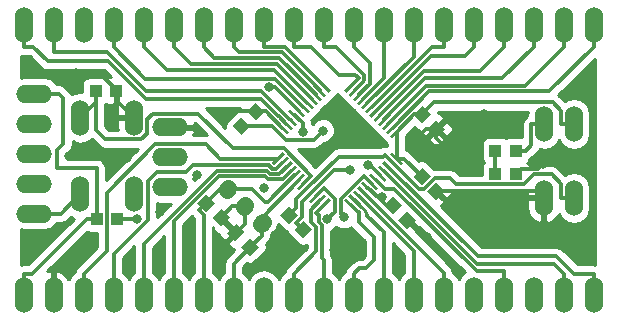
<source format=gtl>
G04 #@! TF.FileFunction,Copper,L1,Top,Signal*
%FSLAX46Y46*%
G04 Gerber Fmt 4.6, Leading zero omitted, Abs format (unit mm)*
G04 Created by KiCad (PCBNEW 4.0.1-stable) date 2016/11/05 8:31:47*
%MOMM*%
G01*
G04 APERTURE LIST*
%ADD10C,0.100000*%
%ADD11C,1.400000*%
%ADD12O,1.524000X3.048000*%
%ADD13R,1.049020X1.079500*%
%ADD14O,3.048000X1.524000*%
%ADD15C,0.800000*%
%ADD16C,0.300000*%
%ADD17C,0.249800*%
%ADD18C,0.254000*%
G04 APERTURE END LIST*
D10*
D11*
X140383238Y-130074660D02*
X140524660Y-129933238D01*
X141825736Y-131517158D02*
X141967158Y-131375736D01*
X143268233Y-132959655D02*
X143409655Y-132818233D01*
D12*
X123190000Y-139000000D03*
X125730000Y-139000000D03*
X128270000Y-139000000D03*
X130810000Y-139000000D03*
X133350000Y-139000000D03*
X135890000Y-139000000D03*
X138430000Y-139000000D03*
X140970000Y-139000000D03*
X143510000Y-139000000D03*
X146050000Y-139000000D03*
X148590000Y-139000000D03*
X151130000Y-139000000D03*
X153670000Y-139000000D03*
X156210000Y-139000000D03*
X158750000Y-139000000D03*
X161290000Y-139000000D03*
X163830000Y-139000000D03*
X166370000Y-139000000D03*
X168910000Y-139000000D03*
X171450000Y-139000000D03*
X123190000Y-116140000D03*
X125730000Y-116140000D03*
X128270000Y-116140000D03*
X130810000Y-116140000D03*
X133350000Y-116140000D03*
X135890000Y-116140000D03*
X138430000Y-116140000D03*
X140970000Y-116140000D03*
X143510000Y-116140000D03*
X146050000Y-116140000D03*
X148590000Y-116140000D03*
X151130000Y-116140000D03*
X153670000Y-116140000D03*
X156210000Y-116140000D03*
X158750000Y-116140000D03*
X161290000Y-116140000D03*
X163830000Y-116140000D03*
X166370000Y-116140000D03*
X168910000Y-116140000D03*
X171450000Y-116140000D03*
D13*
X164873760Y-126750000D03*
X163126240Y-126750000D03*
D10*
G36*
X137879613Y-131192934D02*
X138642934Y-130429613D01*
X139384703Y-131171382D01*
X138621382Y-131934703D01*
X137879613Y-131192934D01*
X137879613Y-131192934D01*
G37*
G36*
X139115297Y-132428618D02*
X139878618Y-131665297D01*
X140620387Y-132407066D01*
X139857066Y-133170387D01*
X139115297Y-132428618D01*
X139115297Y-132428618D01*
G37*
G36*
X143120387Y-134907066D02*
X142357066Y-135670387D01*
X141615297Y-134928618D01*
X142378618Y-134165297D01*
X143120387Y-134907066D01*
X143120387Y-134907066D01*
G37*
G36*
X141884703Y-133671382D02*
X141121382Y-134434703D01*
X140379613Y-133692934D01*
X141142934Y-132929613D01*
X141884703Y-133671382D01*
X141884703Y-133671382D01*
G37*
D13*
X129276240Y-121700000D03*
X131023760Y-121700000D03*
D10*
G36*
X147620387Y-133407066D02*
X146857066Y-134170387D01*
X146115297Y-133428618D01*
X146878618Y-132665297D01*
X147620387Y-133407066D01*
X147620387Y-133407066D01*
G37*
G36*
X146384703Y-132171382D02*
X145621382Y-132934703D01*
X144879613Y-132192934D01*
X145642934Y-131429613D01*
X146384703Y-132171382D01*
X146384703Y-132171382D01*
G37*
G36*
X141642934Y-125420387D02*
X140879613Y-124657066D01*
X141621382Y-123915297D01*
X142384703Y-124678618D01*
X141642934Y-125420387D01*
X141642934Y-125420387D01*
G37*
G36*
X142878618Y-124184703D02*
X142115297Y-123421382D01*
X142857066Y-122679613D01*
X143620387Y-123442934D01*
X142878618Y-124184703D01*
X142878618Y-124184703D01*
G37*
D14*
X135550000Y-129840000D03*
X135550000Y-127300000D03*
X135550000Y-124760000D03*
D12*
X167230000Y-124500000D03*
X169770000Y-124500000D03*
X167230000Y-130750000D03*
X169770000Y-130750000D03*
D13*
X163126240Y-128750000D03*
X164873760Y-128750000D03*
X129376240Y-132500000D03*
X131123760Y-132500000D03*
D12*
X127989400Y-130451200D03*
X127989400Y-123948800D03*
X132510600Y-130451200D03*
X132510600Y-123948800D03*
D10*
G36*
X144358311Y-127979379D02*
X144181534Y-127802602D01*
X145100773Y-126883363D01*
X145277550Y-127060140D01*
X144358311Y-127979379D01*
X144358311Y-127979379D01*
G37*
G36*
X144711864Y-128332932D02*
X144535087Y-128156155D01*
X145454326Y-127236916D01*
X145631103Y-127413693D01*
X144711864Y-128332932D01*
X144711864Y-128332932D01*
G37*
G36*
X145065418Y-128686486D02*
X144888641Y-128509709D01*
X145807880Y-127590470D01*
X145984657Y-127767247D01*
X145065418Y-128686486D01*
X145065418Y-128686486D01*
G37*
G36*
X145418971Y-129040039D02*
X145242194Y-128863262D01*
X146161433Y-127944023D01*
X146338210Y-128120800D01*
X145418971Y-129040039D01*
X145418971Y-129040039D01*
G37*
G36*
X145772524Y-129393592D02*
X145595747Y-129216815D01*
X146514986Y-128297576D01*
X146691763Y-128474353D01*
X145772524Y-129393592D01*
X145772524Y-129393592D01*
G37*
G36*
X146126078Y-129747146D02*
X145949301Y-129570369D01*
X146868540Y-128651130D01*
X147045317Y-128827907D01*
X146126078Y-129747146D01*
X146126078Y-129747146D01*
G37*
G36*
X146479631Y-130100699D02*
X146302854Y-129923922D01*
X147222093Y-129004683D01*
X147398870Y-129181460D01*
X146479631Y-130100699D01*
X146479631Y-130100699D01*
G37*
G36*
X146833185Y-130454253D02*
X146656408Y-130277476D01*
X147575647Y-129358237D01*
X147752424Y-129535014D01*
X146833185Y-130454253D01*
X146833185Y-130454253D01*
G37*
G36*
X147186738Y-130807806D02*
X147009961Y-130631029D01*
X147929200Y-129711790D01*
X148105977Y-129888567D01*
X147186738Y-130807806D01*
X147186738Y-130807806D01*
G37*
G36*
X147540291Y-131161359D02*
X147363514Y-130984582D01*
X148282753Y-130065343D01*
X148459530Y-130242120D01*
X147540291Y-131161359D01*
X147540291Y-131161359D01*
G37*
G36*
X147893845Y-131514913D02*
X147717068Y-131338136D01*
X148636307Y-130418897D01*
X148813084Y-130595674D01*
X147893845Y-131514913D01*
X147893845Y-131514913D01*
G37*
G36*
X148247398Y-131868466D02*
X148070621Y-131691689D01*
X148989860Y-130772450D01*
X149166637Y-130949227D01*
X148247398Y-131868466D01*
X148247398Y-131868466D01*
G37*
G36*
X151429379Y-131691689D02*
X151252602Y-131868466D01*
X150333363Y-130949227D01*
X150510140Y-130772450D01*
X151429379Y-131691689D01*
X151429379Y-131691689D01*
G37*
G36*
X151782932Y-131338136D02*
X151606155Y-131514913D01*
X150686916Y-130595674D01*
X150863693Y-130418897D01*
X151782932Y-131338136D01*
X151782932Y-131338136D01*
G37*
G36*
X152136486Y-130984582D02*
X151959709Y-131161359D01*
X151040470Y-130242120D01*
X151217247Y-130065343D01*
X152136486Y-130984582D01*
X152136486Y-130984582D01*
G37*
G36*
X152490039Y-130631029D02*
X152313262Y-130807806D01*
X151394023Y-129888567D01*
X151570800Y-129711790D01*
X152490039Y-130631029D01*
X152490039Y-130631029D01*
G37*
G36*
X152843592Y-130277476D02*
X152666815Y-130454253D01*
X151747576Y-129535014D01*
X151924353Y-129358237D01*
X152843592Y-130277476D01*
X152843592Y-130277476D01*
G37*
G36*
X153197146Y-129923922D02*
X153020369Y-130100699D01*
X152101130Y-129181460D01*
X152277907Y-129004683D01*
X153197146Y-129923922D01*
X153197146Y-129923922D01*
G37*
G36*
X153550699Y-129570369D02*
X153373922Y-129747146D01*
X152454683Y-128827907D01*
X152631460Y-128651130D01*
X153550699Y-129570369D01*
X153550699Y-129570369D01*
G37*
G36*
X153904253Y-129216815D02*
X153727476Y-129393592D01*
X152808237Y-128474353D01*
X152985014Y-128297576D01*
X153904253Y-129216815D01*
X153904253Y-129216815D01*
G37*
G36*
X154257806Y-128863262D02*
X154081029Y-129040039D01*
X153161790Y-128120800D01*
X153338567Y-127944023D01*
X154257806Y-128863262D01*
X154257806Y-128863262D01*
G37*
G36*
X154611359Y-128509709D02*
X154434582Y-128686486D01*
X153515343Y-127767247D01*
X153692120Y-127590470D01*
X154611359Y-128509709D01*
X154611359Y-128509709D01*
G37*
G36*
X154964913Y-128156155D02*
X154788136Y-128332932D01*
X153868897Y-127413693D01*
X154045674Y-127236916D01*
X154964913Y-128156155D01*
X154964913Y-128156155D01*
G37*
G36*
X155318466Y-127802602D02*
X155141689Y-127979379D01*
X154222450Y-127060140D01*
X154399227Y-126883363D01*
X155318466Y-127802602D01*
X155318466Y-127802602D01*
G37*
G36*
X154399227Y-125716637D02*
X154222450Y-125539860D01*
X155141689Y-124620621D01*
X155318466Y-124797398D01*
X154399227Y-125716637D01*
X154399227Y-125716637D01*
G37*
G36*
X154045674Y-125363084D02*
X153868897Y-125186307D01*
X154788136Y-124267068D01*
X154964913Y-124443845D01*
X154045674Y-125363084D01*
X154045674Y-125363084D01*
G37*
G36*
X153692120Y-125009530D02*
X153515343Y-124832753D01*
X154434582Y-123913514D01*
X154611359Y-124090291D01*
X153692120Y-125009530D01*
X153692120Y-125009530D01*
G37*
G36*
X153338567Y-124655977D02*
X153161790Y-124479200D01*
X154081029Y-123559961D01*
X154257806Y-123736738D01*
X153338567Y-124655977D01*
X153338567Y-124655977D01*
G37*
G36*
X152985014Y-124302424D02*
X152808237Y-124125647D01*
X153727476Y-123206408D01*
X153904253Y-123383185D01*
X152985014Y-124302424D01*
X152985014Y-124302424D01*
G37*
G36*
X152631460Y-123948870D02*
X152454683Y-123772093D01*
X153373922Y-122852854D01*
X153550699Y-123029631D01*
X152631460Y-123948870D01*
X152631460Y-123948870D01*
G37*
G36*
X152277907Y-123595317D02*
X152101130Y-123418540D01*
X153020369Y-122499301D01*
X153197146Y-122676078D01*
X152277907Y-123595317D01*
X152277907Y-123595317D01*
G37*
G36*
X151924353Y-123241763D02*
X151747576Y-123064986D01*
X152666815Y-122145747D01*
X152843592Y-122322524D01*
X151924353Y-123241763D01*
X151924353Y-123241763D01*
G37*
G36*
X151570800Y-122888210D02*
X151394023Y-122711433D01*
X152313262Y-121792194D01*
X152490039Y-121968971D01*
X151570800Y-122888210D01*
X151570800Y-122888210D01*
G37*
G36*
X151217247Y-122534657D02*
X151040470Y-122357880D01*
X151959709Y-121438641D01*
X152136486Y-121615418D01*
X151217247Y-122534657D01*
X151217247Y-122534657D01*
G37*
G36*
X150863693Y-122181103D02*
X150686916Y-122004326D01*
X151606155Y-121085087D01*
X151782932Y-121261864D01*
X150863693Y-122181103D01*
X150863693Y-122181103D01*
G37*
G36*
X150510140Y-121827550D02*
X150333363Y-121650773D01*
X151252602Y-120731534D01*
X151429379Y-120908311D01*
X150510140Y-121827550D01*
X150510140Y-121827550D01*
G37*
G36*
X149166637Y-121650773D02*
X148989860Y-121827550D01*
X148070621Y-120908311D01*
X148247398Y-120731534D01*
X149166637Y-121650773D01*
X149166637Y-121650773D01*
G37*
G36*
X148813084Y-122004326D02*
X148636307Y-122181103D01*
X147717068Y-121261864D01*
X147893845Y-121085087D01*
X148813084Y-122004326D01*
X148813084Y-122004326D01*
G37*
G36*
X148459530Y-122357880D02*
X148282753Y-122534657D01*
X147363514Y-121615418D01*
X147540291Y-121438641D01*
X148459530Y-122357880D01*
X148459530Y-122357880D01*
G37*
G36*
X148105977Y-122711433D02*
X147929200Y-122888210D01*
X147009961Y-121968971D01*
X147186738Y-121792194D01*
X148105977Y-122711433D01*
X148105977Y-122711433D01*
G37*
G36*
X147752424Y-123064986D02*
X147575647Y-123241763D01*
X146656408Y-122322524D01*
X146833185Y-122145747D01*
X147752424Y-123064986D01*
X147752424Y-123064986D01*
G37*
G36*
X147398870Y-123418540D02*
X147222093Y-123595317D01*
X146302854Y-122676078D01*
X146479631Y-122499301D01*
X147398870Y-123418540D01*
X147398870Y-123418540D01*
G37*
G36*
X147045317Y-123772093D02*
X146868540Y-123948870D01*
X145949301Y-123029631D01*
X146126078Y-122852854D01*
X147045317Y-123772093D01*
X147045317Y-123772093D01*
G37*
G36*
X146691763Y-124125647D02*
X146514986Y-124302424D01*
X145595747Y-123383185D01*
X145772524Y-123206408D01*
X146691763Y-124125647D01*
X146691763Y-124125647D01*
G37*
G36*
X146338210Y-124479200D02*
X146161433Y-124655977D01*
X145242194Y-123736738D01*
X145418971Y-123559961D01*
X146338210Y-124479200D01*
X146338210Y-124479200D01*
G37*
G36*
X145984657Y-124832753D02*
X145807880Y-125009530D01*
X144888641Y-124090291D01*
X145065418Y-123913514D01*
X145984657Y-124832753D01*
X145984657Y-124832753D01*
G37*
G36*
X145631103Y-125186307D02*
X145454326Y-125363084D01*
X144535087Y-124443845D01*
X144711864Y-124267068D01*
X145631103Y-125186307D01*
X145631103Y-125186307D01*
G37*
G36*
X145277550Y-125539860D02*
X145100773Y-125716637D01*
X144181534Y-124797398D01*
X144358311Y-124620621D01*
X145277550Y-125539860D01*
X145277550Y-125539860D01*
G37*
D14*
X124050000Y-121920000D03*
X124050000Y-124460000D03*
X124050000Y-127000000D03*
X124050000Y-129540000D03*
X124050000Y-132080000D03*
D10*
G36*
X156129613Y-128942934D02*
X156892934Y-128179613D01*
X157634703Y-128921382D01*
X156871382Y-129684703D01*
X156129613Y-128942934D01*
X156129613Y-128942934D01*
G37*
G36*
X157365297Y-130178618D02*
X158128618Y-129415297D01*
X158870387Y-130157066D01*
X158107066Y-130920387D01*
X157365297Y-130178618D01*
X157365297Y-130178618D01*
G37*
G36*
X156129613Y-123692934D02*
X156892934Y-122929613D01*
X157634703Y-123671382D01*
X156871382Y-124434703D01*
X156129613Y-123692934D01*
X156129613Y-123692934D01*
G37*
G36*
X157365297Y-124928618D02*
X158128618Y-124165297D01*
X158870387Y-124907066D01*
X158107066Y-125670387D01*
X157365297Y-124928618D01*
X157365297Y-124928618D01*
G37*
G36*
X153679613Y-131392934D02*
X154442934Y-130629613D01*
X155184703Y-131371382D01*
X154421382Y-132134703D01*
X153679613Y-131392934D01*
X153679613Y-131392934D01*
G37*
G36*
X154915297Y-132628618D02*
X155678618Y-131865297D01*
X156420387Y-132607066D01*
X155657066Y-133370387D01*
X154915297Y-132628618D01*
X154915297Y-132628618D01*
G37*
D15*
X170200000Y-134200000D03*
X161900000Y-134400000D03*
X162150000Y-123650000D03*
X170450000Y-121450000D03*
X161750000Y-125900000D03*
X143550000Y-129900000D03*
X137150000Y-135300000D03*
X137850000Y-128850000D03*
X134700000Y-131950000D03*
X124400000Y-134450000D03*
X132100000Y-135750000D03*
X134750000Y-135450000D03*
X139650000Y-135550000D03*
X131950000Y-127400000D03*
X154950000Y-135700000D03*
X156050000Y-126100000D03*
X153450000Y-126100000D03*
X150750000Y-124000000D03*
X147850000Y-127200000D03*
X127650000Y-120200000D03*
X151550000Y-135200000D03*
X149450000Y-135200000D03*
X144450000Y-133900000D03*
X146650000Y-135200000D03*
X139950000Y-123600000D03*
X126950000Y-135700000D03*
X127050000Y-127200000D03*
X129150000Y-127200000D03*
X160450000Y-128000000D03*
X157350000Y-134100000D03*
X159550000Y-131600000D03*
X167150000Y-127900000D03*
X153556200Y-130702400D03*
X148535400Y-125054200D03*
X150798700Y-128365700D03*
X132774700Y-132532200D03*
X146802100Y-125135200D03*
X148877600Y-132529200D03*
X150312800Y-132381100D03*
X152333200Y-127962300D03*
X143916800Y-121347900D03*
D16*
X139810000Y-130004000D02*
X138632000Y-131182000D01*
X140454000Y-130004000D02*
X139810000Y-130004000D01*
X140454000Y-130004000D02*
X140453900Y-130003900D01*
X146143800Y-128845600D02*
X146143800Y-128846000D01*
X146144000Y-128846000D02*
X146143800Y-128846000D01*
X142554000Y-130004000D02*
X140454000Y-130004000D01*
X143650000Y-131100000D02*
X142554000Y-130004000D01*
X143850000Y-131100000D02*
X143650000Y-131100000D01*
X146104000Y-128846000D02*
X143850000Y-131100000D01*
X146143800Y-128846000D02*
X146104000Y-128846000D01*
X138632100Y-131182100D02*
X138632000Y-131182000D01*
X138430000Y-132171500D02*
X138036400Y-131777800D01*
X138430000Y-139000000D02*
X138430000Y-132171500D01*
X138632100Y-131182100D02*
X138036400Y-131777800D01*
X167230000Y-130750000D02*
X165550000Y-130750000D01*
X165550000Y-130750000D02*
X161900000Y-134400000D01*
X160450000Y-125350000D02*
X162150000Y-123650000D01*
X160450000Y-125400000D02*
X160450000Y-125350000D01*
X170450000Y-121450000D02*
X170500000Y-121450000D01*
X160450000Y-125400000D02*
X161250000Y-125400000D01*
X161250000Y-125400000D02*
X161750000Y-125900000D01*
X160450000Y-128000000D02*
X160450000Y-125400000D01*
X132100000Y-135750000D02*
X132150000Y-135750000D01*
X134750000Y-135450000D02*
X134650000Y-135450000D01*
X129150000Y-127200000D02*
X131750000Y-127200000D01*
X131750000Y-127200000D02*
X131950000Y-127400000D01*
X150750000Y-124000000D02*
X150750000Y-124300000D01*
X157232158Y-124917842D02*
X156050000Y-126100000D01*
X153450000Y-126100000D02*
X151350000Y-124000000D01*
X151350000Y-124000000D02*
X150750000Y-124000000D01*
X158117842Y-124917842D02*
X157232158Y-124917842D01*
X150750000Y-124300000D02*
X147850000Y-127200000D01*
X131023760Y-121700000D02*
X131023760Y-121573760D01*
X131023760Y-121573760D02*
X129650000Y-120200000D01*
X129650000Y-120200000D02*
X127650000Y-120200000D01*
X151550000Y-135200000D02*
X149450000Y-135200000D01*
X145350000Y-133900000D02*
X144450000Y-133900000D01*
X146650000Y-135200000D02*
X145350000Y-133900000D01*
X140117842Y-123432158D02*
X142867842Y-123432158D01*
X139950000Y-123600000D02*
X140117842Y-123432158D01*
X131023760Y-121700000D02*
X131023760Y-122461960D01*
X131023760Y-122461960D02*
X132510600Y-123948800D01*
X125730000Y-136920000D02*
X125730000Y-139000000D01*
X126950000Y-135700000D02*
X125730000Y-136920000D01*
X127050000Y-127200000D02*
X128350000Y-127200000D01*
X128350000Y-127200000D02*
X129150000Y-127200000D01*
X158117842Y-124917842D02*
X158117842Y-125667842D01*
X158117842Y-125667842D02*
X160450000Y-128000000D01*
X158117842Y-130167842D02*
X159550000Y-131600000D01*
X157350000Y-134100000D02*
X155867842Y-132617842D01*
X155867842Y-132617842D02*
X155667842Y-132617842D01*
X158117842Y-130167842D02*
X166647842Y-130167842D01*
X166647842Y-130167842D02*
X167230000Y-130750000D01*
X166750000Y-128300000D02*
X165323760Y-128300000D01*
X167150000Y-127900000D02*
X166750000Y-128300000D01*
X165323760Y-128300000D02*
X164873760Y-128750000D01*
X143700000Y-123432000D02*
X145083000Y-124815000D01*
X142868000Y-123432000D02*
X143700000Y-123432000D01*
X141896000Y-132918000D02*
X141132000Y-133682000D01*
X141896000Y-131446000D02*
X141896000Y-132918000D01*
X140839000Y-131446000D02*
X141896000Y-131446000D01*
X139868000Y-132418000D02*
X140839000Y-131446000D01*
X146497300Y-129199100D02*
X146497000Y-129199100D01*
X146497000Y-129199000D02*
X146497000Y-129199100D01*
X142367900Y-134917900D02*
X142368000Y-134918000D01*
X143339000Y-132411000D02*
X143339000Y-133179000D01*
X146497000Y-129253000D02*
X143339000Y-132411000D01*
X146497000Y-129199100D02*
X146497000Y-129253000D01*
X143338900Y-133178900D02*
X143338900Y-132888900D01*
X143339000Y-133179000D02*
X143338900Y-133178900D01*
X143339000Y-133947000D02*
X142368000Y-134918000D01*
X143339000Y-133179000D02*
X143339000Y-133947000D01*
X140970000Y-136316000D02*
X140970000Y-139000000D01*
X142368000Y-134918000D02*
X140970000Y-136316000D01*
X132087600Y-125795100D02*
X130095100Y-125795100D01*
X132087600Y-125795100D02*
X133154900Y-125795100D01*
X133154900Y-125795100D02*
X133650000Y-125300000D01*
X133650000Y-125300000D02*
X133650000Y-124100000D01*
X133650000Y-124100000D02*
X134119100Y-123630900D01*
X134119100Y-123630900D02*
X137961200Y-123630900D01*
X137961200Y-123630900D02*
X140891400Y-126561100D01*
X140891400Y-126561100D02*
X145206600Y-126561100D01*
X145206600Y-126561100D02*
X147524600Y-128879000D01*
X146850900Y-129552700D02*
X147524600Y-128879000D01*
X129276200Y-124976200D02*
X129276200Y-122662000D01*
X130095100Y-125795100D02*
X129276200Y-124976200D01*
X124050000Y-132080000D02*
X126360600Y-132080000D01*
X126360600Y-132080000D02*
X127989400Y-130451200D01*
X129276200Y-122662000D02*
X129115400Y-122822800D01*
X129276200Y-121700000D02*
X129276200Y-122662000D01*
X129115400Y-122822800D02*
X127989400Y-123948800D01*
X129150000Y-128200000D02*
X129350000Y-128200000D01*
X129376240Y-128226240D02*
X129376240Y-132500000D01*
X129350000Y-128200000D02*
X129376240Y-128226240D01*
X125750000Y-121920000D02*
X126170000Y-121920000D01*
X126550000Y-126200000D02*
X126050000Y-126700000D01*
X126550000Y-122300000D02*
X126550000Y-126200000D01*
X126170000Y-121920000D02*
X126550000Y-122300000D01*
X126050000Y-126700000D02*
X126050000Y-128153400D01*
X126050000Y-128153400D02*
X126003400Y-128200000D01*
X126003400Y-128200000D02*
X129150000Y-128200000D01*
X129150000Y-128200000D02*
X129102000Y-128248000D01*
X144729500Y-125168500D02*
X144729500Y-125168600D01*
X144229000Y-124668000D02*
X144729500Y-125168500D01*
X141632200Y-124668000D02*
X144229000Y-124668000D01*
X154432100Y-131382100D02*
X154432000Y-131382000D01*
X166165300Y-126285700D02*
X165701000Y-126750000D01*
X166165300Y-124500000D02*
X166165300Y-126285700D01*
X167230000Y-124500000D02*
X166165300Y-124500000D01*
X164873800Y-126750000D02*
X165701000Y-126750000D01*
X152295800Y-129906000D02*
X152295600Y-129906200D01*
X152296000Y-129906000D02*
X152295800Y-129906000D01*
X152356000Y-129906000D02*
X153229500Y-130779500D01*
X152296000Y-129906000D02*
X152356000Y-129906000D01*
X153832000Y-131382000D02*
X154432000Y-131382000D01*
X153229500Y-130779500D02*
X153832000Y-131382000D01*
X141632000Y-124668000D02*
X141632200Y-124668000D01*
X153479100Y-130779500D02*
X153556200Y-130702400D01*
X153229500Y-130779500D02*
X153479100Y-130779500D01*
X141632200Y-124668000D02*
X141632100Y-124667900D01*
X144729500Y-125168500D02*
X144730000Y-125169000D01*
X145401000Y-125840000D02*
X144730000Y-125169000D01*
X147749600Y-125840000D02*
X145401000Y-125840000D01*
X148535400Y-125054200D02*
X147749600Y-125840000D01*
X123875700Y-137173300D02*
X128549000Y-132500000D01*
X129102000Y-132500000D02*
X128549000Y-132500000D01*
X123190000Y-139000000D02*
X123190000Y-137173300D01*
X123190000Y-137173300D02*
X123875700Y-137173300D01*
X129376200Y-132500000D02*
X129102000Y-132500000D01*
X124050000Y-121920000D02*
X125750000Y-121920000D01*
X125750000Y-121920000D02*
X125876700Y-121920000D01*
X156882000Y-128932000D02*
X156882100Y-128932100D01*
X155381000Y-127431000D02*
X156882000Y-128932000D01*
X154770900Y-127431000D02*
X155381000Y-127431000D01*
X154770900Y-127431000D02*
X154770500Y-127431400D01*
X154770500Y-125168500D02*
X154770500Y-125168600D01*
X146867900Y-133417900D02*
X146283000Y-132832900D01*
X146753700Y-132362200D02*
X146283000Y-132832900D01*
X146753700Y-131064100D02*
X146753700Y-132362200D01*
X147558000Y-130259800D02*
X146753700Y-131064100D01*
X154770000Y-127431000D02*
X154770900Y-127431000D01*
X154770500Y-125168500D02*
X154770000Y-125169000D01*
X149452100Y-128365700D02*
X147558000Y-130259800D01*
X150798700Y-128365700D02*
X149452100Y-128365700D01*
X154770000Y-127431000D02*
X154770000Y-125169000D01*
X156257000Y-123682000D02*
X154770500Y-125168500D01*
X156882000Y-123682000D02*
X156257000Y-123682000D01*
X169770000Y-124500000D02*
X168705300Y-124500000D01*
X156882100Y-123682000D02*
X156882000Y-123682000D01*
X157895000Y-122669100D02*
X156882100Y-123682000D01*
X167972900Y-122669100D02*
X157895000Y-122669100D01*
X168705300Y-123401500D02*
X167972900Y-122669100D01*
X168705300Y-124500000D02*
X168705300Y-123401500D01*
X156882100Y-123682000D02*
X156882100Y-123682100D01*
X143510000Y-116140000D02*
X143510000Y-117966700D01*
X148618600Y-121279500D02*
X147945000Y-120605800D01*
X145305800Y-117966700D02*
X143510000Y-117966700D01*
X147945000Y-120605800D02*
X145305800Y-117966700D01*
X151130000Y-116140000D02*
X151130000Y-117966700D01*
X152494100Y-121081000D02*
X151588500Y-121986600D01*
X152494100Y-119330800D02*
X152494100Y-121081000D01*
X151130000Y-117966700D02*
X152494100Y-119330800D01*
X131983200Y-132532200D02*
X131951000Y-132500000D01*
X132774700Y-132532200D02*
X131983200Y-132532200D01*
X131123800Y-132500000D02*
X131951000Y-132500000D01*
X146802100Y-124443400D02*
X146802100Y-125135200D01*
X146817500Y-124428000D02*
X146802100Y-124443400D01*
X146143800Y-123754400D02*
X146817500Y-124428000D01*
X130203500Y-135239800D02*
X128270000Y-137173300D01*
X130203500Y-130344000D02*
X130203500Y-135239800D01*
X134329300Y-126218200D02*
X130203500Y-130344000D01*
X138599900Y-126218200D02*
X134329300Y-126218200D01*
X139813100Y-127431400D02*
X138599900Y-126218200D01*
X144729500Y-127431400D02*
X139813100Y-127431400D01*
X128270000Y-139000000D02*
X128270000Y-137173300D01*
X144585900Y-128282100D02*
X145083100Y-127784900D01*
X144233000Y-128282100D02*
X144585900Y-128282100D01*
X143938200Y-127987300D02*
X144233000Y-128282100D01*
X137512700Y-127987300D02*
X143938200Y-127987300D01*
X136930000Y-128570000D02*
X137512700Y-127987300D01*
X134499900Y-128570000D02*
X136930000Y-128570000D01*
X133715200Y-129354700D02*
X134499900Y-128570000D01*
X133715200Y-132585500D02*
X133715200Y-129354700D01*
X130810000Y-135490700D02*
X133715200Y-132585500D01*
X130810000Y-139000000D02*
X130810000Y-135490700D01*
X144840300Y-128734800D02*
X145436600Y-128138500D01*
X144045400Y-128734800D02*
X144840300Y-128734800D01*
X143751000Y-128440400D02*
X144045400Y-128734800D01*
X139536600Y-128440400D02*
X143751000Y-128440400D01*
X133350000Y-134627000D02*
X139536600Y-128440400D01*
X133350000Y-139000000D02*
X133350000Y-134627000D01*
X145790200Y-128492000D02*
X145116400Y-129165800D01*
X145094700Y-129187500D02*
X145116400Y-129165800D01*
X143857900Y-129187500D02*
X145094700Y-129187500D01*
X143579900Y-128909500D02*
X143857900Y-129187500D01*
X139721900Y-128909500D02*
X143579900Y-128909500D01*
X135890000Y-132741400D02*
X139721900Y-128909500D01*
X135890000Y-139000000D02*
X135890000Y-132741400D01*
X147911500Y-130613400D02*
X148585400Y-129939500D01*
X148585400Y-129939500D02*
X149505400Y-130859600D01*
X149505400Y-130859600D02*
X149505400Y-131901400D01*
X149505400Y-131901400D02*
X148877600Y-132529200D01*
X147944400Y-135278900D02*
X146050000Y-137173300D01*
X147944400Y-133229900D02*
X147944400Y-135278900D01*
X147480600Y-132766100D02*
X147944400Y-133229900D01*
X147480600Y-131751400D02*
X147480600Y-132766100D01*
X148265100Y-130966900D02*
X147480600Y-131751400D01*
X146050000Y-139000000D02*
X146050000Y-137173300D01*
X148590000Y-139000000D02*
X148590000Y-137173300D01*
X148618600Y-131320500D02*
X147945000Y-131994100D01*
X148590000Y-136033000D02*
X148590000Y-137173300D01*
X148423900Y-135866900D02*
X148590000Y-136033000D01*
X148423900Y-133069200D02*
X148423900Y-135866900D01*
X148174900Y-132820200D02*
X148423900Y-133069200D01*
X148174900Y-132224100D02*
X148174900Y-132820200D01*
X147945000Y-131994100D02*
X148174900Y-132224100D01*
X151555100Y-131994100D02*
X151555100Y-132805100D01*
X151130000Y-137173300D02*
X151130000Y-139000000D01*
X151599700Y-136703600D02*
X151130000Y-137173300D01*
X152146400Y-136703600D02*
X151599700Y-136703600D01*
X152850000Y-136000000D02*
X152146400Y-136703600D01*
X152850000Y-134100000D02*
X152850000Y-136000000D01*
X151555100Y-132805100D02*
X152850000Y-134100000D01*
X151555100Y-131994100D02*
X151599700Y-131949500D01*
X150881400Y-131320500D02*
X151555100Y-131994100D01*
X151234900Y-130966900D02*
X151781400Y-131513400D01*
D17*
X151982700Y-131714700D02*
X151781400Y-131513400D01*
X152250000Y-132200000D02*
X151982700Y-131714700D01*
X152268300Y-132260500D02*
X152250000Y-132200000D01*
D16*
X153670000Y-133662200D02*
X153670000Y-139000000D01*
X152268300Y-132260500D02*
X153670000Y-133662200D01*
X156210000Y-135234900D02*
X156210000Y-137173300D01*
X151588500Y-130613400D02*
X156210000Y-135234900D01*
X156210000Y-139000000D02*
X156210000Y-137173300D01*
X158750000Y-137067800D02*
X158750000Y-139000000D01*
X151942000Y-130259800D02*
X158750000Y-137067800D01*
X150014200Y-132082500D02*
X150312800Y-132381100D01*
X150014200Y-130840300D02*
X150014200Y-132082500D01*
X151975500Y-128879000D02*
X150014200Y-130840300D01*
X151975500Y-128879000D02*
X152649100Y-129552700D01*
X153803200Y-129999600D02*
X153002700Y-129199100D01*
X154577100Y-129999600D02*
X153803200Y-129999600D01*
X161550800Y-136973300D02*
X154577100Y-129999600D01*
X163830000Y-136973300D02*
X161550800Y-136973300D01*
X163830000Y-139000000D02*
X163830000Y-136973300D01*
X152472900Y-127962300D02*
X152333200Y-127962300D01*
X153356200Y-128845600D02*
X152472900Y-127962300D01*
X169770000Y-130750000D02*
X168705300Y-130750000D01*
X156619300Y-129987300D02*
X154416900Y-127784900D01*
X157062700Y-129987300D02*
X156619300Y-129987300D01*
X157977500Y-129072500D02*
X157062700Y-129987300D01*
X159291500Y-129072500D02*
X157977500Y-129072500D01*
X159826400Y-129607400D02*
X159291500Y-129072500D01*
X165566400Y-129607400D02*
X159826400Y-129607400D01*
X166413600Y-128760200D02*
X165566400Y-129607400D01*
X167914000Y-128760200D02*
X166413600Y-128760200D01*
X168705300Y-129551500D02*
X167914000Y-128760200D01*
X168705300Y-130750000D02*
X168705300Y-129551500D01*
X154416900Y-127784900D02*
X153743300Y-127111200D01*
X149851400Y-127259200D02*
X147204400Y-129906200D01*
X153595300Y-127259200D02*
X149851400Y-127259200D01*
X153743300Y-127111200D02*
X153595300Y-127259200D01*
X146227800Y-131586300D02*
X146227900Y-131586300D01*
X146227800Y-130882800D02*
X146227800Y-131586300D01*
X147204400Y-129906200D02*
X146227800Y-130882800D01*
X145632100Y-132182100D02*
X146227900Y-131586300D01*
X124016700Y-117966700D02*
X123190000Y-117966700D01*
X125215400Y-119165400D02*
X124016700Y-117966700D01*
X130335200Y-119165400D02*
X125215400Y-119165400D01*
X133546600Y-122376800D02*
X130335200Y-119165400D01*
X143311600Y-122376800D02*
X133546600Y-122376800D01*
X144722700Y-123787900D02*
X143311600Y-122376800D01*
X144762900Y-123787900D02*
X144722700Y-123787900D01*
X144763000Y-123787800D02*
X144762900Y-123787900D01*
X145436600Y-124461500D02*
X144763000Y-123787800D01*
X123190000Y-116140000D02*
X123190000Y-117966700D01*
D17*
X145723400Y-124108000D02*
X145790200Y-124108000D01*
X145691000Y-124075600D02*
X145723400Y-124108000D01*
D16*
X130204800Y-118366700D02*
X125730000Y-118366700D01*
X133509200Y-121671100D02*
X130204800Y-118366700D01*
X143246200Y-121671100D02*
X133509200Y-121671100D01*
X144428100Y-122853000D02*
X143246200Y-121671100D01*
X144468400Y-122853000D02*
X144428100Y-122853000D01*
X145691000Y-124075600D02*
X144468400Y-122853000D01*
X125730000Y-116140000D02*
X125730000Y-118366700D01*
X144444300Y-121347900D02*
X143916800Y-121347900D01*
X146497300Y-123400900D02*
X144444300Y-121347900D01*
X130810000Y-116140000D02*
X130810000Y-117966700D01*
X133488500Y-120645200D02*
X130810000Y-117966700D01*
X144448800Y-120645200D02*
X133488500Y-120645200D01*
X146850900Y-123047300D02*
X144448800Y-120645200D01*
X135285200Y-119901900D02*
X133350000Y-117966700D01*
X144412500Y-119901900D02*
X135285200Y-119901900D01*
X147204400Y-122693800D02*
X144412500Y-119901900D01*
X133350000Y-116140000D02*
X133350000Y-117966700D01*
X137372400Y-119449100D02*
X135890000Y-117966700D01*
X144666900Y-119449100D02*
X137372400Y-119449100D01*
X147558000Y-122340200D02*
X144666900Y-119449100D01*
X135890000Y-116140000D02*
X135890000Y-117966700D01*
X144798300Y-118873400D02*
X147911500Y-121986600D01*
X139336700Y-118873400D02*
X144798300Y-118873400D01*
X138430000Y-117966700D02*
X139336700Y-118873400D01*
X138430000Y-116140000D02*
X138430000Y-117966700D01*
X145051500Y-118419500D02*
X148265100Y-121633100D01*
X141422800Y-118419500D02*
X145051500Y-118419500D01*
X140970000Y-117966700D02*
X141422800Y-118419500D01*
X140970000Y-116140000D02*
X140970000Y-117966700D01*
X153670000Y-120612200D02*
X151942000Y-122340200D01*
X153670000Y-116140000D02*
X153670000Y-120612200D01*
X156210000Y-118779400D02*
X156210000Y-116140000D01*
X152295600Y-122693800D02*
X156210000Y-118779400D01*
X157729700Y-117966700D02*
X158750000Y-117966700D01*
X152649100Y-123047300D02*
X157729700Y-117966700D01*
X158750000Y-116140000D02*
X158750000Y-117966700D01*
X160556700Y-118700000D02*
X161290000Y-117966700D01*
X157703600Y-118700000D02*
X160556700Y-118700000D01*
X153002700Y-123400900D02*
X157703600Y-118700000D01*
X161290000Y-116140000D02*
X161290000Y-117966700D01*
X163830000Y-116140000D02*
X163830000Y-117966700D01*
X157104300Y-120006300D02*
X153356200Y-123754400D01*
X161790400Y-120006300D02*
X157104300Y-120006300D01*
X163830000Y-117966700D02*
X161790400Y-120006300D01*
X165607300Y-121269400D02*
X168910000Y-117966700D01*
X157255500Y-121269400D02*
X165607300Y-121269400D01*
X154063400Y-124461500D02*
X157255500Y-121269400D01*
X168910000Y-116140000D02*
X168910000Y-117966700D01*
X167694500Y-121722200D02*
X171450000Y-117966700D01*
X157509800Y-121722200D02*
X167694500Y-121722200D01*
X154416900Y-124815100D02*
X157509800Y-121722200D01*
X171450000Y-116140000D02*
X171450000Y-117966700D01*
X163126200Y-128750000D02*
X163126200Y-126750000D01*
X168052500Y-136315800D02*
X168910000Y-137173300D01*
X161533600Y-136315800D02*
X168052500Y-136315800D01*
X153709800Y-128492000D02*
X161533600Y-136315800D01*
X168910000Y-139000000D02*
X168910000Y-137173300D01*
X171450000Y-139000000D02*
X171450000Y-137173300D01*
X161624900Y-135700000D02*
X154063400Y-128138500D01*
X168288300Y-135700000D02*
X161624900Y-135700000D01*
X169761600Y-137173300D02*
X168288300Y-135700000D01*
X171450000Y-137173300D02*
X169761600Y-137173300D01*
X147516700Y-117966700D02*
X146050000Y-117966700D01*
X149853400Y-120303400D02*
X147516700Y-117966700D01*
X151252600Y-120303400D02*
X149853400Y-120303400D01*
X151555100Y-120605800D02*
X151252600Y-120303400D01*
X150881400Y-121279500D02*
X151555100Y-120605800D01*
X146050000Y-116140000D02*
X146050000Y-117966700D01*
X151234900Y-121633100D02*
X151781400Y-121086600D01*
D17*
X151781400Y-120992900D02*
X151781400Y-121086600D01*
X152021800Y-120752500D02*
X151781400Y-120992900D01*
D16*
X149626900Y-117966700D02*
X148590000Y-117966700D01*
X152021800Y-120361600D02*
X149626900Y-117966700D01*
X152021800Y-120752500D02*
X152021800Y-120361600D01*
X148590000Y-116140000D02*
X148590000Y-117966700D01*
X163722000Y-120614700D02*
X166370000Y-117966700D01*
X157203100Y-120614700D02*
X163722000Y-120614700D01*
X153709800Y-124108000D02*
X157203100Y-120614700D01*
X166370000Y-116140000D02*
X166370000Y-117966700D01*
D18*
G36*
X128599840Y-133636181D02*
X128851730Y-133687190D01*
X129418500Y-133687190D01*
X129418500Y-134914642D01*
X127714921Y-136618221D01*
X127544755Y-136872893D01*
X127539614Y-136898740D01*
X127508159Y-137056875D01*
X127282172Y-137207875D01*
X126989651Y-137645662D01*
X126972059Y-137586059D01*
X126628026Y-137160370D01*
X126147277Y-136898740D01*
X126073070Y-136883780D01*
X125857000Y-137006280D01*
X125857000Y-138873000D01*
X125603000Y-138873000D01*
X125603000Y-137006280D01*
X125386930Y-136883780D01*
X125312723Y-136898740D01*
X125197965Y-136961193D01*
X128554177Y-133604981D01*
X128599840Y-133636181D01*
X128599840Y-133636181D01*
G37*
X128599840Y-133636181D02*
X128851730Y-133687190D01*
X129418500Y-133687190D01*
X129418500Y-134914642D01*
X127714921Y-136618221D01*
X127544755Y-136872893D01*
X127539614Y-136898740D01*
X127508159Y-137056875D01*
X127282172Y-137207875D01*
X126989651Y-137645662D01*
X126972059Y-137586059D01*
X126628026Y-137160370D01*
X126147277Y-136898740D01*
X126073070Y-136883780D01*
X125857000Y-137006280D01*
X125857000Y-138873000D01*
X125603000Y-138873000D01*
X125603000Y-137006280D01*
X125386930Y-136883780D01*
X125312723Y-136898740D01*
X125197965Y-136961193D01*
X128554177Y-133604981D01*
X128599840Y-133636181D01*
G36*
X145163573Y-133392512D02*
X145361276Y-133527597D01*
X145493628Y-133556308D01*
X145515443Y-133672245D01*
X145657488Y-133886427D01*
X146399257Y-134628196D01*
X146596960Y-134763281D01*
X146848122Y-134817765D01*
X147100693Y-134770241D01*
X147159400Y-134731307D01*
X147159400Y-134953742D01*
X145494921Y-136618221D01*
X145324755Y-136872893D01*
X145319614Y-136898740D01*
X145288159Y-137056875D01*
X145062172Y-137207875D01*
X144780000Y-137630174D01*
X144497828Y-137207875D01*
X144044609Y-136905043D01*
X143510000Y-136798703D01*
X142975391Y-136905043D01*
X142522172Y-137207875D01*
X142240000Y-137630174D01*
X141957828Y-137207875D01*
X141755000Y-137072349D01*
X141755000Y-136641158D01*
X142126474Y-136269684D01*
X142348122Y-136317765D01*
X142600693Y-136270241D01*
X142814875Y-136128196D01*
X143578196Y-135364875D01*
X143713281Y-135167172D01*
X143767765Y-134916010D01*
X143722217Y-134673941D01*
X143894079Y-134502079D01*
X144064245Y-134247407D01*
X144118910Y-133972587D01*
X144192342Y-133923522D01*
X144373521Y-133742342D01*
X144662913Y-133309237D01*
X144732162Y-132961101D01*
X145163573Y-133392512D01*
X145163573Y-133392512D01*
G37*
X145163573Y-133392512D02*
X145361276Y-133527597D01*
X145493628Y-133556308D01*
X145515443Y-133672245D01*
X145657488Y-133886427D01*
X146399257Y-134628196D01*
X146596960Y-134763281D01*
X146848122Y-134817765D01*
X147100693Y-134770241D01*
X147159400Y-134731307D01*
X147159400Y-134953742D01*
X145494921Y-136618221D01*
X145324755Y-136872893D01*
X145319614Y-136898740D01*
X145288159Y-137056875D01*
X145062172Y-137207875D01*
X144780000Y-137630174D01*
X144497828Y-137207875D01*
X144044609Y-136905043D01*
X143510000Y-136798703D01*
X142975391Y-136905043D01*
X142522172Y-137207875D01*
X142240000Y-137630174D01*
X141957828Y-137207875D01*
X141755000Y-137072349D01*
X141755000Y-136641158D01*
X142126474Y-136269684D01*
X142348122Y-136317765D01*
X142600693Y-136270241D01*
X142814875Y-136128196D01*
X143578196Y-135364875D01*
X143713281Y-135167172D01*
X143767765Y-134916010D01*
X143722217Y-134673941D01*
X143894079Y-134502079D01*
X144064245Y-134247407D01*
X144118910Y-133972587D01*
X144192342Y-133923522D01*
X144373521Y-133742342D01*
X144662913Y-133309237D01*
X144732162Y-132961101D01*
X145163573Y-133392512D01*
G36*
X137481251Y-132332808D02*
X137481319Y-132332876D01*
X137481321Y-132332879D01*
X137481324Y-132332881D01*
X137645000Y-132496599D01*
X137645000Y-137072349D01*
X137442172Y-137207875D01*
X137160000Y-137630174D01*
X136877828Y-137207875D01*
X136675000Y-137072349D01*
X136675000Y-133066558D01*
X137452216Y-132289342D01*
X137481251Y-132332808D01*
X137481251Y-132332808D01*
G37*
X137481251Y-132332808D02*
X137481319Y-132332876D01*
X137481321Y-132332879D01*
X137481324Y-132332881D01*
X137645000Y-132496599D01*
X137645000Y-137072349D01*
X137442172Y-137207875D01*
X137160000Y-137630174D01*
X136877828Y-137207875D01*
X136675000Y-137072349D01*
X136675000Y-133066558D01*
X137452216Y-132289342D01*
X137481251Y-132332808D01*
G36*
X135105000Y-137072349D02*
X134902172Y-137207875D01*
X134620000Y-137630174D01*
X134337828Y-137207875D01*
X134135000Y-137072349D01*
X134135000Y-134952158D01*
X135105000Y-133982158D01*
X135105000Y-137072349D01*
X135105000Y-137072349D01*
G37*
X135105000Y-137072349D02*
X134902172Y-137207875D01*
X134620000Y-137630174D01*
X134337828Y-137207875D01*
X134135000Y-137072349D01*
X134135000Y-134952158D01*
X135105000Y-133982158D01*
X135105000Y-137072349D01*
G36*
X140061590Y-132403700D02*
X140047447Y-132417842D01*
X141132158Y-133502553D01*
X141146301Y-133488411D01*
X141325906Y-133668016D01*
X141311763Y-133682158D01*
X141325906Y-133696301D01*
X141146301Y-133875906D01*
X141132158Y-133861763D01*
X140503540Y-134490381D01*
X140503540Y-134714887D01*
X140761683Y-134973030D01*
X140995072Y-135069703D01*
X140996149Y-135069703D01*
X141013567Y-135162275D01*
X140414921Y-135760921D01*
X140244755Y-136015593D01*
X140244755Y-136015594D01*
X140185000Y-136316000D01*
X140185000Y-137072349D01*
X139982172Y-137207875D01*
X139700000Y-137630174D01*
X139417828Y-137207875D01*
X139215000Y-137072349D01*
X139215000Y-133250292D01*
X139239224Y-133226068D01*
X139239224Y-133450571D01*
X139497367Y-133708714D01*
X139730756Y-133805387D01*
X139744613Y-133805387D01*
X139744613Y-133819244D01*
X139841286Y-134052633D01*
X140099429Y-134310776D01*
X140323935Y-134310776D01*
X140952553Y-133682158D01*
X139867842Y-132597447D01*
X139853700Y-132611590D01*
X139674095Y-132431985D01*
X139688237Y-132417842D01*
X139674095Y-132403700D01*
X139853700Y-132224095D01*
X139867842Y-132238237D01*
X139881985Y-132224095D01*
X140061590Y-132403700D01*
X140061590Y-132403700D01*
G37*
X140061590Y-132403700D02*
X140047447Y-132417842D01*
X141132158Y-133502553D01*
X141146301Y-133488411D01*
X141325906Y-133668016D01*
X141311763Y-133682158D01*
X141325906Y-133696301D01*
X141146301Y-133875906D01*
X141132158Y-133861763D01*
X140503540Y-134490381D01*
X140503540Y-134714887D01*
X140761683Y-134973030D01*
X140995072Y-135069703D01*
X140996149Y-135069703D01*
X141013567Y-135162275D01*
X140414921Y-135760921D01*
X140244755Y-136015593D01*
X140244755Y-136015594D01*
X140185000Y-136316000D01*
X140185000Y-137072349D01*
X139982172Y-137207875D01*
X139700000Y-137630174D01*
X139417828Y-137207875D01*
X139215000Y-137072349D01*
X139215000Y-133250292D01*
X139239224Y-133226068D01*
X139239224Y-133450571D01*
X139497367Y-133708714D01*
X139730756Y-133805387D01*
X139744613Y-133805387D01*
X139744613Y-133819244D01*
X139841286Y-134052633D01*
X140099429Y-134310776D01*
X140323935Y-134310776D01*
X140952553Y-133682158D01*
X139867842Y-132597447D01*
X139853700Y-132611590D01*
X139674095Y-132431985D01*
X139688237Y-132417842D01*
X139674095Y-132403700D01*
X139853700Y-132224095D01*
X139867842Y-132238237D01*
X139881985Y-132224095D01*
X140061590Y-132403700D01*
G36*
X149725754Y-133258019D02*
X150106023Y-133415920D01*
X150517771Y-133416279D01*
X150898315Y-133259042D01*
X150918788Y-133238605D01*
X151000021Y-133360179D01*
X152065000Y-134425158D01*
X152065000Y-135674842D01*
X151821242Y-135918600D01*
X151599700Y-135918600D01*
X151299293Y-135978355D01*
X151044621Y-136148521D01*
X150574921Y-136618221D01*
X150404755Y-136872893D01*
X150399614Y-136898740D01*
X150368159Y-137056875D01*
X150142172Y-137207875D01*
X149860000Y-137630174D01*
X149577828Y-137207875D01*
X149375000Y-137072349D01*
X149375000Y-136033000D01*
X149315245Y-135732594D01*
X149208900Y-135573436D01*
X149208900Y-133512181D01*
X149463115Y-133407142D01*
X149669225Y-133201391D01*
X149725754Y-133258019D01*
X149725754Y-133258019D01*
G37*
X149725754Y-133258019D02*
X150106023Y-133415920D01*
X150517771Y-133416279D01*
X150898315Y-133259042D01*
X150918788Y-133238605D01*
X151000021Y-133360179D01*
X152065000Y-134425158D01*
X152065000Y-135674842D01*
X151821242Y-135918600D01*
X151599700Y-135918600D01*
X151299293Y-135978355D01*
X151044621Y-136148521D01*
X150574921Y-136618221D01*
X150404755Y-136872893D01*
X150399614Y-136898740D01*
X150368159Y-137056875D01*
X150142172Y-137207875D01*
X149860000Y-137630174D01*
X149577828Y-137207875D01*
X149375000Y-137072349D01*
X149375000Y-136033000D01*
X149315245Y-135732594D01*
X149208900Y-135573436D01*
X149208900Y-133512181D01*
X149463115Y-133407142D01*
X149669225Y-133201391D01*
X149725754Y-133258019D01*
G36*
X132565000Y-137072349D02*
X132362172Y-137207875D01*
X132080000Y-137630174D01*
X131797828Y-137207875D01*
X131595000Y-137072349D01*
X131595000Y-135815858D01*
X132565000Y-134845858D01*
X132565000Y-137072349D01*
X132565000Y-137072349D01*
G37*
X132565000Y-137072349D02*
X132362172Y-137207875D01*
X132080000Y-137630174D01*
X131797828Y-137207875D01*
X131595000Y-137072349D01*
X131595000Y-135815858D01*
X132565000Y-134845858D01*
X132565000Y-137072349D01*
G36*
X155425000Y-135560058D02*
X155425000Y-137072349D01*
X155222172Y-137207875D01*
X154940000Y-137630174D01*
X154657828Y-137207875D01*
X154455000Y-137072349D01*
X154455000Y-134590058D01*
X155425000Y-135560058D01*
X155425000Y-135560058D01*
G37*
X155425000Y-135560058D02*
X155425000Y-137072349D01*
X155222172Y-137207875D01*
X154940000Y-137630174D01*
X154657828Y-137207875D01*
X154455000Y-137072349D01*
X154455000Y-134590058D01*
X155425000Y-135560058D01*
G36*
X155861590Y-132603700D02*
X155847447Y-132617842D01*
X156465289Y-133235684D01*
X156689795Y-133235684D01*
X156696410Y-133229068D01*
X160525796Y-137058454D01*
X160302172Y-137207875D01*
X160020000Y-137630174D01*
X159737828Y-137207875D01*
X159535000Y-137072349D01*
X159535000Y-137067800D01*
X159475245Y-136767394D01*
X159305079Y-136512721D01*
X156285684Y-133493326D01*
X156285684Y-133415289D01*
X155667842Y-132797447D01*
X155653700Y-132811590D01*
X155474095Y-132631985D01*
X155488237Y-132617842D01*
X155474095Y-132603700D01*
X155653700Y-132424095D01*
X155667842Y-132438237D01*
X155681985Y-132424095D01*
X155861590Y-132603700D01*
X155861590Y-132603700D01*
G37*
X155861590Y-132603700D02*
X155847447Y-132617842D01*
X156465289Y-133235684D01*
X156689795Y-133235684D01*
X156696410Y-133229068D01*
X160525796Y-137058454D01*
X160302172Y-137207875D01*
X160020000Y-137630174D01*
X159737828Y-137207875D01*
X159535000Y-137072349D01*
X159535000Y-137067800D01*
X159475245Y-136767394D01*
X159305079Y-136512721D01*
X156285684Y-133493326D01*
X156285684Y-133415289D01*
X155667842Y-132797447D01*
X155653700Y-132811590D01*
X155474095Y-132631985D01*
X155488237Y-132617842D01*
X155474095Y-132603700D01*
X155653700Y-132424095D01*
X155667842Y-132438237D01*
X155681985Y-132424095D01*
X155861590Y-132603700D01*
G36*
X127417561Y-132521281D02*
X123550542Y-136388300D01*
X123190000Y-136388300D01*
X122960000Y-136434050D01*
X122960000Y-133420170D01*
X123245703Y-133477000D01*
X124854297Y-133477000D01*
X125388906Y-133370660D01*
X125842125Y-133067828D01*
X125977651Y-132865000D01*
X126360600Y-132865000D01*
X126661007Y-132805245D01*
X126915679Y-132635079D01*
X127184922Y-132365836D01*
X127417561Y-132521281D01*
X127417561Y-132521281D01*
G37*
X127417561Y-132521281D02*
X123550542Y-136388300D01*
X123190000Y-136388300D01*
X122960000Y-136434050D01*
X122960000Y-133420170D01*
X123245703Y-133477000D01*
X124854297Y-133477000D01*
X125388906Y-133370660D01*
X125842125Y-133067828D01*
X125977651Y-132865000D01*
X126360600Y-132865000D01*
X126661007Y-132805245D01*
X126915679Y-132635079D01*
X127184922Y-132365836D01*
X127417561Y-132521281D01*
G36*
X171540000Y-136406202D02*
X171450000Y-136388300D01*
X170086758Y-136388300D01*
X168843379Y-135144921D01*
X168588707Y-134974755D01*
X168288300Y-134915000D01*
X161950058Y-134915000D01*
X158480268Y-131445210D01*
X158645392Y-131280086D01*
X158735684Y-131189795D01*
X158735684Y-130965289D01*
X158647395Y-130877000D01*
X165833000Y-130877000D01*
X165833000Y-131639000D01*
X165987941Y-132163941D01*
X166331974Y-132589630D01*
X166812723Y-132851260D01*
X166886930Y-132866220D01*
X167103000Y-132743720D01*
X167103000Y-130877000D01*
X165833000Y-130877000D01*
X158647395Y-130877000D01*
X158117842Y-130347447D01*
X158103700Y-130361590D01*
X157951134Y-130209024D01*
X158159024Y-130001134D01*
X158311590Y-130153700D01*
X158297447Y-130167842D01*
X158915289Y-130785684D01*
X159139795Y-130785684D01*
X159230086Y-130695392D01*
X159408715Y-130516764D01*
X159493870Y-130311181D01*
X159525994Y-130332645D01*
X159826400Y-130392400D01*
X165566400Y-130392400D01*
X165833000Y-130339370D01*
X165833000Y-130623000D01*
X167103000Y-130623000D01*
X167103000Y-130603000D01*
X167357000Y-130603000D01*
X167357000Y-130623000D01*
X167377000Y-130623000D01*
X167377000Y-130877000D01*
X167357000Y-130877000D01*
X167357000Y-132743720D01*
X167573070Y-132866220D01*
X167647277Y-132851260D01*
X168128026Y-132589630D01*
X168472059Y-132163941D01*
X168489651Y-132104338D01*
X168782172Y-132542125D01*
X169235391Y-132844957D01*
X169770000Y-132951297D01*
X170304609Y-132844957D01*
X170757828Y-132542125D01*
X171060660Y-132088906D01*
X171167000Y-131554297D01*
X171167000Y-129945703D01*
X171060660Y-129411094D01*
X170757828Y-128957875D01*
X170304609Y-128655043D01*
X169770000Y-128548703D01*
X169235391Y-128655043D01*
X169045729Y-128781771D01*
X168469079Y-128205121D01*
X168214407Y-128034955D01*
X167914000Y-127975200D01*
X166413600Y-127975200D01*
X166113194Y-128034955D01*
X166033270Y-128088358D01*
X166033270Y-128083940D01*
X165936597Y-127850551D01*
X165843733Y-127757687D01*
X165849711Y-127753840D01*
X165994701Y-127541640D01*
X166009201Y-127470037D01*
X166256079Y-127305079D01*
X166720379Y-126840779D01*
X166862431Y-126628183D01*
X167230000Y-126701297D01*
X167764609Y-126594957D01*
X168217828Y-126292125D01*
X168500000Y-125869826D01*
X168782172Y-126292125D01*
X169235391Y-126594957D01*
X169770000Y-126701297D01*
X170304609Y-126594957D01*
X170757828Y-126292125D01*
X171060660Y-125838906D01*
X171167000Y-125304297D01*
X171167000Y-123695703D01*
X171060660Y-123161094D01*
X170757828Y-122707875D01*
X170304609Y-122405043D01*
X169770000Y-122298703D01*
X169235391Y-122405043D01*
X168985784Y-122571826D01*
X168527979Y-122114021D01*
X168458956Y-122067902D01*
X171540000Y-118986858D01*
X171540000Y-136406202D01*
X171540000Y-136406202D01*
G37*
X171540000Y-136406202D02*
X171450000Y-136388300D01*
X170086758Y-136388300D01*
X168843379Y-135144921D01*
X168588707Y-134974755D01*
X168288300Y-134915000D01*
X161950058Y-134915000D01*
X158480268Y-131445210D01*
X158645392Y-131280086D01*
X158735684Y-131189795D01*
X158735684Y-130965289D01*
X158647395Y-130877000D01*
X165833000Y-130877000D01*
X165833000Y-131639000D01*
X165987941Y-132163941D01*
X166331974Y-132589630D01*
X166812723Y-132851260D01*
X166886930Y-132866220D01*
X167103000Y-132743720D01*
X167103000Y-130877000D01*
X165833000Y-130877000D01*
X158647395Y-130877000D01*
X158117842Y-130347447D01*
X158103700Y-130361590D01*
X157951134Y-130209024D01*
X158159024Y-130001134D01*
X158311590Y-130153700D01*
X158297447Y-130167842D01*
X158915289Y-130785684D01*
X159139795Y-130785684D01*
X159230086Y-130695392D01*
X159408715Y-130516764D01*
X159493870Y-130311181D01*
X159525994Y-130332645D01*
X159826400Y-130392400D01*
X165566400Y-130392400D01*
X165833000Y-130339370D01*
X165833000Y-130623000D01*
X167103000Y-130623000D01*
X167103000Y-130603000D01*
X167357000Y-130603000D01*
X167357000Y-130623000D01*
X167377000Y-130623000D01*
X167377000Y-130877000D01*
X167357000Y-130877000D01*
X167357000Y-132743720D01*
X167573070Y-132866220D01*
X167647277Y-132851260D01*
X168128026Y-132589630D01*
X168472059Y-132163941D01*
X168489651Y-132104338D01*
X168782172Y-132542125D01*
X169235391Y-132844957D01*
X169770000Y-132951297D01*
X170304609Y-132844957D01*
X170757828Y-132542125D01*
X171060660Y-132088906D01*
X171167000Y-131554297D01*
X171167000Y-129945703D01*
X171060660Y-129411094D01*
X170757828Y-128957875D01*
X170304609Y-128655043D01*
X169770000Y-128548703D01*
X169235391Y-128655043D01*
X169045729Y-128781771D01*
X168469079Y-128205121D01*
X168214407Y-128034955D01*
X167914000Y-127975200D01*
X166413600Y-127975200D01*
X166113194Y-128034955D01*
X166033270Y-128088358D01*
X166033270Y-128083940D01*
X165936597Y-127850551D01*
X165843733Y-127757687D01*
X165849711Y-127753840D01*
X165994701Y-127541640D01*
X166009201Y-127470037D01*
X166256079Y-127305079D01*
X166720379Y-126840779D01*
X166862431Y-126628183D01*
X167230000Y-126701297D01*
X167764609Y-126594957D01*
X168217828Y-126292125D01*
X168500000Y-125869826D01*
X168782172Y-126292125D01*
X169235391Y-126594957D01*
X169770000Y-126701297D01*
X170304609Y-126594957D01*
X170757828Y-126292125D01*
X171060660Y-125838906D01*
X171167000Y-125304297D01*
X171167000Y-123695703D01*
X171060660Y-123161094D01*
X170757828Y-122707875D01*
X170304609Y-122405043D01*
X169770000Y-122298703D01*
X169235391Y-122405043D01*
X168985784Y-122571826D01*
X168527979Y-122114021D01*
X168458956Y-122067902D01*
X171540000Y-118986858D01*
X171540000Y-136406202D01*
G36*
X134745703Y-131237000D02*
X135629842Y-131237000D01*
X134500200Y-132366642D01*
X134500200Y-131188167D01*
X134745703Y-131237000D01*
X134745703Y-131237000D01*
G37*
X134745703Y-131237000D02*
X135629842Y-131237000D01*
X134500200Y-132366642D01*
X134500200Y-131188167D01*
X134745703Y-131237000D01*
G36*
X142090195Y-131432305D02*
X142076052Y-131446447D01*
X142090195Y-131460590D01*
X141910590Y-131640195D01*
X141896447Y-131626052D01*
X141882305Y-131640195D01*
X141702700Y-131460590D01*
X141716842Y-131446447D01*
X141702700Y-131432305D01*
X141882305Y-131252700D01*
X141896447Y-131266842D01*
X141910589Y-131252699D01*
X142090195Y-131432305D01*
X142090195Y-131432305D01*
G37*
X142090195Y-131432305D02*
X142076052Y-131446447D01*
X142090195Y-131460590D01*
X141910590Y-131640195D01*
X141896447Y-131626052D01*
X141882305Y-131640195D01*
X141702700Y-131460590D01*
X141716842Y-131446447D01*
X141702700Y-131432305D01*
X141882305Y-131252700D01*
X141896447Y-131266842D01*
X141910589Y-131252699D01*
X142090195Y-131432305D01*
G36*
X132637600Y-130324200D02*
X132657600Y-130324200D01*
X132657600Y-130578200D01*
X132637600Y-130578200D01*
X132637600Y-130598200D01*
X132383600Y-130598200D01*
X132383600Y-130578200D01*
X132363600Y-130578200D01*
X132363600Y-130324200D01*
X132383600Y-130324200D01*
X132383600Y-130304200D01*
X132637600Y-130304200D01*
X132637600Y-130324200D01*
X132637600Y-130324200D01*
G37*
X132637600Y-130324200D02*
X132657600Y-130324200D01*
X132657600Y-130578200D01*
X132637600Y-130578200D01*
X132637600Y-130598200D01*
X132383600Y-130598200D01*
X132383600Y-130578200D01*
X132363600Y-130578200D01*
X132363600Y-130324200D01*
X132383600Y-130324200D01*
X132383600Y-130304200D01*
X132637600Y-130304200D01*
X132637600Y-130324200D01*
G36*
X129540019Y-126350176D02*
X129540021Y-126350179D01*
X129794694Y-126520345D01*
X130095100Y-126580100D01*
X132857242Y-126580100D01*
X130161240Y-129276102D01*
X130161240Y-128226240D01*
X130157039Y-128205121D01*
X130101485Y-127925833D01*
X129931319Y-127671161D01*
X129905079Y-127644921D01*
X129650407Y-127474755D01*
X129350000Y-127415000D01*
X126835000Y-127415000D01*
X126835000Y-127025158D01*
X127105079Y-126755079D01*
X127275245Y-126500406D01*
X127335000Y-126200000D01*
X127335000Y-125963715D01*
X127454791Y-126043757D01*
X127989400Y-126150097D01*
X128524009Y-126043757D01*
X128949377Y-125759535D01*
X129540019Y-126350176D01*
X129540019Y-126350176D01*
G37*
X129540019Y-126350176D02*
X129540021Y-126350179D01*
X129794694Y-126520345D01*
X130095100Y-126580100D01*
X132857242Y-126580100D01*
X130161240Y-129276102D01*
X130161240Y-128226240D01*
X130157039Y-128205121D01*
X130101485Y-127925833D01*
X129931319Y-127671161D01*
X129905079Y-127644921D01*
X129650407Y-127474755D01*
X129350000Y-127415000D01*
X126835000Y-127415000D01*
X126835000Y-127025158D01*
X127105079Y-126755079D01*
X127275245Y-126500406D01*
X127335000Y-126200000D01*
X127335000Y-125963715D01*
X127454791Y-126043757D01*
X127989400Y-126150097D01*
X128524009Y-126043757D01*
X128949377Y-125759535D01*
X129540019Y-126350176D01*
G36*
X137611509Y-129255333D02*
X137508696Y-129101462D01*
X137837858Y-128772300D01*
X138094542Y-128772300D01*
X137611509Y-129255333D01*
X137611509Y-129255333D01*
G37*
X137611509Y-129255333D02*
X137508696Y-129101462D01*
X137837858Y-128772300D01*
X138094542Y-128772300D01*
X137611509Y-129255333D01*
G36*
X165000760Y-128623000D02*
X165020760Y-128623000D01*
X165020760Y-128822400D01*
X164726760Y-128822400D01*
X164726760Y-128623000D01*
X164746760Y-128623000D01*
X164746760Y-128603000D01*
X165000760Y-128603000D01*
X165000760Y-128623000D01*
X165000760Y-128623000D01*
G37*
X165000760Y-128623000D02*
X165020760Y-128623000D01*
X165020760Y-128822400D01*
X164726760Y-128822400D01*
X164726760Y-128623000D01*
X164746760Y-128623000D01*
X164746760Y-128603000D01*
X165000760Y-128603000D01*
X165000760Y-128623000D01*
G36*
X165833000Y-123695703D02*
X165833000Y-123796066D01*
X165610221Y-123944921D01*
X165440055Y-124199594D01*
X165380300Y-124500000D01*
X165380300Y-125562810D01*
X164349250Y-125562810D01*
X164113933Y-125607088D01*
X164000045Y-125680373D01*
X163902640Y-125613819D01*
X163650750Y-125562810D01*
X162601730Y-125562810D01*
X162366413Y-125607088D01*
X162150289Y-125746160D01*
X162005299Y-125958360D01*
X161954290Y-126210250D01*
X161954290Y-127289750D01*
X161998568Y-127525067D01*
X162137640Y-127741191D01*
X162148578Y-127748664D01*
X162005299Y-127958360D01*
X161954290Y-128210250D01*
X161954290Y-128822400D01*
X160151558Y-128822400D01*
X159846579Y-128517421D01*
X159591907Y-128347255D01*
X159291500Y-128287500D01*
X157977505Y-128287500D01*
X157977500Y-128287499D01*
X157926569Y-128297630D01*
X157350743Y-127721804D01*
X157153040Y-127586719D01*
X156901878Y-127532235D01*
X156649307Y-127579759D01*
X156643661Y-127583503D01*
X155936079Y-126875921D01*
X155681407Y-126705755D01*
X155555000Y-126680611D01*
X155555000Y-125726065D01*
X157489224Y-125726065D01*
X157489224Y-125950571D01*
X157747367Y-126208714D01*
X157980756Y-126305387D01*
X158233375Y-126305388D01*
X158466764Y-126208715D01*
X158645392Y-126030086D01*
X158735684Y-125939795D01*
X158735684Y-125715289D01*
X158117842Y-125097447D01*
X157489224Y-125726065D01*
X155555000Y-125726065D01*
X155555000Y-125494158D01*
X156285109Y-124764048D01*
X156413573Y-124892512D01*
X156611276Y-125027597D01*
X156730297Y-125053416D01*
X156730297Y-125054928D01*
X156826970Y-125288317D01*
X157085113Y-125546460D01*
X157309619Y-125546460D01*
X157938237Y-124917842D01*
X158297447Y-124917842D01*
X158915289Y-125535684D01*
X159139795Y-125535684D01*
X159230086Y-125445392D01*
X159408715Y-125266764D01*
X159505388Y-125033375D01*
X159505387Y-124780756D01*
X159408714Y-124547367D01*
X159150571Y-124289224D01*
X158926065Y-124289224D01*
X158297447Y-124917842D01*
X157938237Y-124917842D01*
X157924095Y-124903700D01*
X158103700Y-124724095D01*
X158117842Y-124738237D01*
X158746460Y-124109619D01*
X158746460Y-123885113D01*
X158488317Y-123626970D01*
X158254928Y-123530297D01*
X158253851Y-123530297D01*
X158239514Y-123454100D01*
X165881058Y-123454100D01*
X165833000Y-123695703D01*
X165833000Y-123695703D01*
G37*
X165833000Y-123695703D02*
X165833000Y-123796066D01*
X165610221Y-123944921D01*
X165440055Y-124199594D01*
X165380300Y-124500000D01*
X165380300Y-125562810D01*
X164349250Y-125562810D01*
X164113933Y-125607088D01*
X164000045Y-125680373D01*
X163902640Y-125613819D01*
X163650750Y-125562810D01*
X162601730Y-125562810D01*
X162366413Y-125607088D01*
X162150289Y-125746160D01*
X162005299Y-125958360D01*
X161954290Y-126210250D01*
X161954290Y-127289750D01*
X161998568Y-127525067D01*
X162137640Y-127741191D01*
X162148578Y-127748664D01*
X162005299Y-127958360D01*
X161954290Y-128210250D01*
X161954290Y-128822400D01*
X160151558Y-128822400D01*
X159846579Y-128517421D01*
X159591907Y-128347255D01*
X159291500Y-128287500D01*
X157977505Y-128287500D01*
X157977500Y-128287499D01*
X157926569Y-128297630D01*
X157350743Y-127721804D01*
X157153040Y-127586719D01*
X156901878Y-127532235D01*
X156649307Y-127579759D01*
X156643661Y-127583503D01*
X155936079Y-126875921D01*
X155681407Y-126705755D01*
X155555000Y-126680611D01*
X155555000Y-125726065D01*
X157489224Y-125726065D01*
X157489224Y-125950571D01*
X157747367Y-126208714D01*
X157980756Y-126305387D01*
X158233375Y-126305388D01*
X158466764Y-126208715D01*
X158645392Y-126030086D01*
X158735684Y-125939795D01*
X158735684Y-125715289D01*
X158117842Y-125097447D01*
X157489224Y-125726065D01*
X155555000Y-125726065D01*
X155555000Y-125494158D01*
X156285109Y-124764048D01*
X156413573Y-124892512D01*
X156611276Y-125027597D01*
X156730297Y-125053416D01*
X156730297Y-125054928D01*
X156826970Y-125288317D01*
X157085113Y-125546460D01*
X157309619Y-125546460D01*
X157938237Y-124917842D01*
X158297447Y-124917842D01*
X158915289Y-125535684D01*
X159139795Y-125535684D01*
X159230086Y-125445392D01*
X159408715Y-125266764D01*
X159505388Y-125033375D01*
X159505387Y-124780756D01*
X159408714Y-124547367D01*
X159150571Y-124289224D01*
X158926065Y-124289224D01*
X158297447Y-124917842D01*
X157938237Y-124917842D01*
X157924095Y-124903700D01*
X158103700Y-124724095D01*
X158117842Y-124738237D01*
X158746460Y-124109619D01*
X158746460Y-123885113D01*
X158488317Y-123626970D01*
X158254928Y-123530297D01*
X158253851Y-123530297D01*
X158239514Y-123454100D01*
X165881058Y-123454100D01*
X165833000Y-123695703D01*
G36*
X149875554Y-122108582D02*
X150052331Y-122285359D01*
X150161205Y-122359750D01*
X150229107Y-122462135D01*
X150405884Y-122638912D01*
X150514759Y-122713303D01*
X150582661Y-122815689D01*
X150759438Y-122992466D01*
X150868312Y-123066857D01*
X150936214Y-123169242D01*
X151112991Y-123346019D01*
X151221865Y-123420410D01*
X151289767Y-123522795D01*
X151466544Y-123699572D01*
X151575419Y-123773963D01*
X151643321Y-123876349D01*
X151820098Y-124053126D01*
X151928972Y-124127517D01*
X151996874Y-124229902D01*
X152173651Y-124406679D01*
X152282526Y-124481070D01*
X152350428Y-124583456D01*
X152527205Y-124760233D01*
X152636079Y-124834624D01*
X152703981Y-124937009D01*
X152880758Y-125113786D01*
X152989632Y-125188177D01*
X153057534Y-125290562D01*
X153234311Y-125467339D01*
X153343186Y-125541730D01*
X153411088Y-125644116D01*
X153587865Y-125820893D01*
X153696739Y-125895284D01*
X153764641Y-125997669D01*
X153941418Y-126174446D01*
X153985000Y-126204224D01*
X153985000Y-126374277D01*
X153881016Y-126353593D01*
X153743358Y-126326200D01*
X153743332Y-126326205D01*
X153743300Y-126326199D01*
X153586393Y-126357411D01*
X153442947Y-126385933D01*
X153442923Y-126385949D01*
X153442894Y-126385955D01*
X153316508Y-126470403D01*
X153310824Y-126474200D01*
X149851400Y-126474200D01*
X149550993Y-126533955D01*
X149296321Y-126704121D01*
X147878096Y-128122346D01*
X146380685Y-126625000D01*
X147749600Y-126625000D01*
X148050007Y-126565245D01*
X148304679Y-126395079D01*
X148610492Y-126089266D01*
X148740371Y-126089379D01*
X149120915Y-125932142D01*
X149412319Y-125641246D01*
X149570220Y-125260977D01*
X149570579Y-124849229D01*
X149413342Y-124468685D01*
X149122446Y-124177281D01*
X148742177Y-124019380D01*
X148330429Y-124019021D01*
X147949885Y-124176258D01*
X147658481Y-124467154D01*
X147640612Y-124510187D01*
X147595201Y-124464696D01*
X147602500Y-124428000D01*
X147602494Y-124427971D01*
X147602500Y-124427942D01*
X147572508Y-124277222D01*
X147549574Y-124161924D01*
X147577517Y-124121028D01*
X147679902Y-124053126D01*
X147856679Y-123876349D01*
X147931070Y-123767474D01*
X148033456Y-123699572D01*
X148210233Y-123522795D01*
X148284624Y-123413921D01*
X148387009Y-123346019D01*
X148563786Y-123169242D01*
X148638177Y-123060368D01*
X148740562Y-122992466D01*
X148917339Y-122815689D01*
X148991730Y-122706814D01*
X149094116Y-122638912D01*
X149270893Y-122462135D01*
X149345284Y-122353261D01*
X149447669Y-122285359D01*
X149624446Y-122108582D01*
X149751872Y-121922088D01*
X149875554Y-122108582D01*
X149875554Y-122108582D01*
G37*
X149875554Y-122108582D02*
X150052331Y-122285359D01*
X150161205Y-122359750D01*
X150229107Y-122462135D01*
X150405884Y-122638912D01*
X150514759Y-122713303D01*
X150582661Y-122815689D01*
X150759438Y-122992466D01*
X150868312Y-123066857D01*
X150936214Y-123169242D01*
X151112991Y-123346019D01*
X151221865Y-123420410D01*
X151289767Y-123522795D01*
X151466544Y-123699572D01*
X151575419Y-123773963D01*
X151643321Y-123876349D01*
X151820098Y-124053126D01*
X151928972Y-124127517D01*
X151996874Y-124229902D01*
X152173651Y-124406679D01*
X152282526Y-124481070D01*
X152350428Y-124583456D01*
X152527205Y-124760233D01*
X152636079Y-124834624D01*
X152703981Y-124937009D01*
X152880758Y-125113786D01*
X152989632Y-125188177D01*
X153057534Y-125290562D01*
X153234311Y-125467339D01*
X153343186Y-125541730D01*
X153411088Y-125644116D01*
X153587865Y-125820893D01*
X153696739Y-125895284D01*
X153764641Y-125997669D01*
X153941418Y-126174446D01*
X153985000Y-126204224D01*
X153985000Y-126374277D01*
X153881016Y-126353593D01*
X153743358Y-126326200D01*
X153743332Y-126326205D01*
X153743300Y-126326199D01*
X153586393Y-126357411D01*
X153442947Y-126385933D01*
X153442923Y-126385949D01*
X153442894Y-126385955D01*
X153316508Y-126470403D01*
X153310824Y-126474200D01*
X149851400Y-126474200D01*
X149550993Y-126533955D01*
X149296321Y-126704121D01*
X147878096Y-128122346D01*
X146380685Y-126625000D01*
X147749600Y-126625000D01*
X148050007Y-126565245D01*
X148304679Y-126395079D01*
X148610492Y-126089266D01*
X148740371Y-126089379D01*
X149120915Y-125932142D01*
X149412319Y-125641246D01*
X149570220Y-125260977D01*
X149570579Y-124849229D01*
X149413342Y-124468685D01*
X149122446Y-124177281D01*
X148742177Y-124019380D01*
X148330429Y-124019021D01*
X147949885Y-124176258D01*
X147658481Y-124467154D01*
X147640612Y-124510187D01*
X147595201Y-124464696D01*
X147602500Y-124428000D01*
X147602494Y-124427971D01*
X147602500Y-124427942D01*
X147572508Y-124277222D01*
X147549574Y-124161924D01*
X147577517Y-124121028D01*
X147679902Y-124053126D01*
X147856679Y-123876349D01*
X147931070Y-123767474D01*
X148033456Y-123699572D01*
X148210233Y-123522795D01*
X148284624Y-123413921D01*
X148387009Y-123346019D01*
X148563786Y-123169242D01*
X148638177Y-123060368D01*
X148740562Y-122992466D01*
X148917339Y-122815689D01*
X148991730Y-122706814D01*
X149094116Y-122638912D01*
X149270893Y-122462135D01*
X149345284Y-122353261D01*
X149447669Y-122285359D01*
X149624446Y-122108582D01*
X149751872Y-121922088D01*
X149875554Y-122108582D01*
G36*
X124177000Y-126873000D02*
X124197000Y-126873000D01*
X124197000Y-127127000D01*
X124177000Y-127127000D01*
X124177000Y-127147000D01*
X123923000Y-127147000D01*
X123923000Y-127127000D01*
X123903000Y-127127000D01*
X123903000Y-126873000D01*
X123923000Y-126873000D01*
X123923000Y-126853000D01*
X124177000Y-126853000D01*
X124177000Y-126873000D01*
X124177000Y-126873000D01*
G37*
X124177000Y-126873000D02*
X124197000Y-126873000D01*
X124197000Y-127127000D01*
X124177000Y-127127000D01*
X124177000Y-127147000D01*
X123923000Y-127147000D01*
X123923000Y-127127000D01*
X123903000Y-127127000D01*
X123903000Y-126873000D01*
X123923000Y-126873000D01*
X123923000Y-126853000D01*
X124177000Y-126853000D01*
X124177000Y-126873000D01*
G36*
X138666612Y-125446470D02*
X138599900Y-125433200D01*
X137511983Y-125433200D01*
X137651260Y-125177277D01*
X137666220Y-125103070D01*
X137543720Y-124887000D01*
X135677000Y-124887000D01*
X135677000Y-124907000D01*
X135423000Y-124907000D01*
X135423000Y-124887000D01*
X135403000Y-124887000D01*
X135403000Y-124633000D01*
X135423000Y-124633000D01*
X135423000Y-124613000D01*
X135677000Y-124613000D01*
X135677000Y-124633000D01*
X137543720Y-124633000D01*
X137655674Y-124435532D01*
X138666612Y-125446470D01*
X138666612Y-125446470D01*
G37*
X138666612Y-125446470D02*
X138599900Y-125433200D01*
X137511983Y-125433200D01*
X137651260Y-125177277D01*
X137666220Y-125103070D01*
X137543720Y-124887000D01*
X135677000Y-124887000D01*
X135677000Y-124907000D01*
X135423000Y-124907000D01*
X135423000Y-124887000D01*
X135403000Y-124887000D01*
X135403000Y-124633000D01*
X135423000Y-124633000D01*
X135423000Y-124613000D01*
X135677000Y-124613000D01*
X135677000Y-124633000D01*
X137543720Y-124633000D01*
X137655674Y-124435532D01*
X138666612Y-125446470D01*
G36*
X131150760Y-121573000D02*
X131170760Y-121573000D01*
X131170760Y-121827000D01*
X131150760Y-121827000D01*
X131150760Y-122716000D01*
X131200418Y-122765658D01*
X131113600Y-123059800D01*
X131113600Y-123821800D01*
X132383600Y-123821800D01*
X132383600Y-123801800D01*
X132637600Y-123801800D01*
X132637600Y-123821800D01*
X132657600Y-123821800D01*
X132657600Y-124075800D01*
X132637600Y-124075800D01*
X132637600Y-124095800D01*
X132383600Y-124095800D01*
X132383600Y-124075800D01*
X131113600Y-124075800D01*
X131113600Y-124837800D01*
X131164456Y-125010100D01*
X130420257Y-125010100D01*
X130061200Y-124651042D01*
X130061200Y-122826739D01*
X130138484Y-122777009D01*
X130139552Y-122778077D01*
X130372941Y-122874750D01*
X130738010Y-122874750D01*
X130896760Y-122716000D01*
X130896760Y-121827000D01*
X130876760Y-121827000D01*
X130876760Y-121573000D01*
X130896760Y-121573000D01*
X130896760Y-121553000D01*
X131150760Y-121553000D01*
X131150760Y-121573000D01*
X131150760Y-121573000D01*
G37*
X131150760Y-121573000D02*
X131170760Y-121573000D01*
X131170760Y-121827000D01*
X131150760Y-121827000D01*
X131150760Y-122716000D01*
X131200418Y-122765658D01*
X131113600Y-123059800D01*
X131113600Y-123821800D01*
X132383600Y-123821800D01*
X132383600Y-123801800D01*
X132637600Y-123801800D01*
X132637600Y-123821800D01*
X132657600Y-123821800D01*
X132657600Y-124075800D01*
X132637600Y-124075800D01*
X132637600Y-124095800D01*
X132383600Y-124095800D01*
X132383600Y-124075800D01*
X131113600Y-124075800D01*
X131113600Y-124837800D01*
X131164456Y-125010100D01*
X130420257Y-125010100D01*
X130061200Y-124651042D01*
X130061200Y-122826739D01*
X130138484Y-122777009D01*
X130139552Y-122778077D01*
X130372941Y-122874750D01*
X130738010Y-122874750D01*
X130896760Y-122716000D01*
X130896760Y-121827000D01*
X130876760Y-121827000D01*
X130876760Y-121573000D01*
X130896760Y-121573000D01*
X130896760Y-121553000D01*
X131150760Y-121553000D01*
X131150760Y-121573000D01*
G36*
X141480297Y-123295072D02*
X141480297Y-123296149D01*
X141377755Y-123315443D01*
X141163573Y-123457488D01*
X140421804Y-124199257D01*
X140286719Y-124396960D01*
X140232235Y-124648122D01*
X140265530Y-124825072D01*
X138602258Y-123161800D01*
X141535500Y-123161800D01*
X141480297Y-123295072D01*
X141480297Y-123295072D01*
G37*
X141480297Y-123295072D02*
X141480297Y-123296149D01*
X141377755Y-123315443D01*
X141163573Y-123457488D01*
X140421804Y-124199257D01*
X140286719Y-124396960D01*
X140232235Y-124648122D01*
X140265530Y-124825072D01*
X138602258Y-123161800D01*
X141535500Y-123161800D01*
X141480297Y-123295072D01*
G36*
X143061590Y-123418016D02*
X143047447Y-123432158D01*
X143061590Y-123446301D01*
X142881985Y-123625906D01*
X142867842Y-123611763D01*
X142853700Y-123625906D01*
X142674095Y-123446301D01*
X142688237Y-123432158D01*
X142674095Y-123418016D01*
X142853700Y-123238411D01*
X142867842Y-123252553D01*
X142881985Y-123238411D01*
X143061590Y-123418016D01*
X143061590Y-123418016D01*
G37*
X143061590Y-123418016D02*
X143047447Y-123432158D01*
X143061590Y-123446301D01*
X142881985Y-123625906D01*
X142867842Y-123611763D01*
X142853700Y-123625906D01*
X142674095Y-123446301D01*
X142688237Y-123432158D01*
X142674095Y-123418016D01*
X142853700Y-123238411D01*
X142867842Y-123252553D01*
X142881985Y-123238411D01*
X143061590Y-123418016D01*
G36*
X123190000Y-118751700D02*
X123691542Y-118751700D01*
X124660321Y-119720479D01*
X124914994Y-119890645D01*
X125215400Y-119950400D01*
X130010042Y-119950400D01*
X130584892Y-120525250D01*
X130372941Y-120525250D01*
X130139552Y-120621923D01*
X130138791Y-120622684D01*
X130052640Y-120563819D01*
X129800750Y-120512810D01*
X128751730Y-120512810D01*
X128516413Y-120557088D01*
X128300289Y-120696160D01*
X128155299Y-120908360D01*
X128104290Y-121160250D01*
X128104290Y-121770356D01*
X127989400Y-121747503D01*
X127454791Y-121853843D01*
X127263336Y-121981770D01*
X127105079Y-121744921D01*
X126725079Y-121364921D01*
X126470407Y-121194755D01*
X126170000Y-121135000D01*
X125977651Y-121135000D01*
X125842125Y-120932172D01*
X125388906Y-120629340D01*
X124854297Y-120523000D01*
X123245703Y-120523000D01*
X122960000Y-120579830D01*
X122960000Y-118705950D01*
X123190000Y-118751700D01*
X123190000Y-118751700D01*
G37*
X123190000Y-118751700D02*
X123691542Y-118751700D01*
X124660321Y-119720479D01*
X124914994Y-119890645D01*
X125215400Y-119950400D01*
X130010042Y-119950400D01*
X130584892Y-120525250D01*
X130372941Y-120525250D01*
X130139552Y-120621923D01*
X130138791Y-120622684D01*
X130052640Y-120563819D01*
X129800750Y-120512810D01*
X128751730Y-120512810D01*
X128516413Y-120557088D01*
X128300289Y-120696160D01*
X128155299Y-120908360D01*
X128104290Y-121160250D01*
X128104290Y-121770356D01*
X127989400Y-121747503D01*
X127454791Y-121853843D01*
X127263336Y-121981770D01*
X127105079Y-121744921D01*
X126725079Y-121364921D01*
X126470407Y-121194755D01*
X126170000Y-121135000D01*
X125977651Y-121135000D01*
X125842125Y-120932172D01*
X125388906Y-120629340D01*
X124854297Y-120523000D01*
X123245703Y-120523000D01*
X122960000Y-120579830D01*
X122960000Y-118705950D01*
X123190000Y-118751700D01*
M02*

</source>
